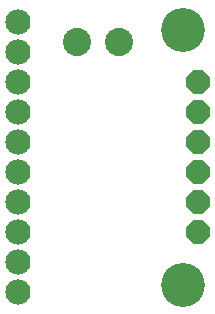
<source format=gbr>
G04 EAGLE Gerber RS-274X export*
G75*
%MOMM*%
%FSLAX34Y34*%
%LPD*%
%INSoldermask Bottom*%
%IPPOS*%
%AMOC8*
5,1,8,0,0,1.08239X$1,22.5*%
G01*
%ADD10C,2.387600*%
%ADD11C,3.719200*%
%ADD12C,2.133600*%
%ADD13P,2.144431X8X202.500000*%


D10*
X75980Y231140D03*
X110980Y231140D03*
D11*
X165100Y241300D03*
X165100Y25400D03*
D12*
X25400Y247650D03*
X25400Y222250D03*
X25400Y196850D03*
X25400Y171450D03*
X25400Y146050D03*
X25400Y120650D03*
X25400Y95250D03*
X25400Y69850D03*
X25400Y44450D03*
X25400Y19050D03*
D13*
X177800Y69850D03*
X177800Y95250D03*
X177800Y120650D03*
X177800Y146050D03*
X177800Y171450D03*
X177800Y196850D03*
M02*

</source>
